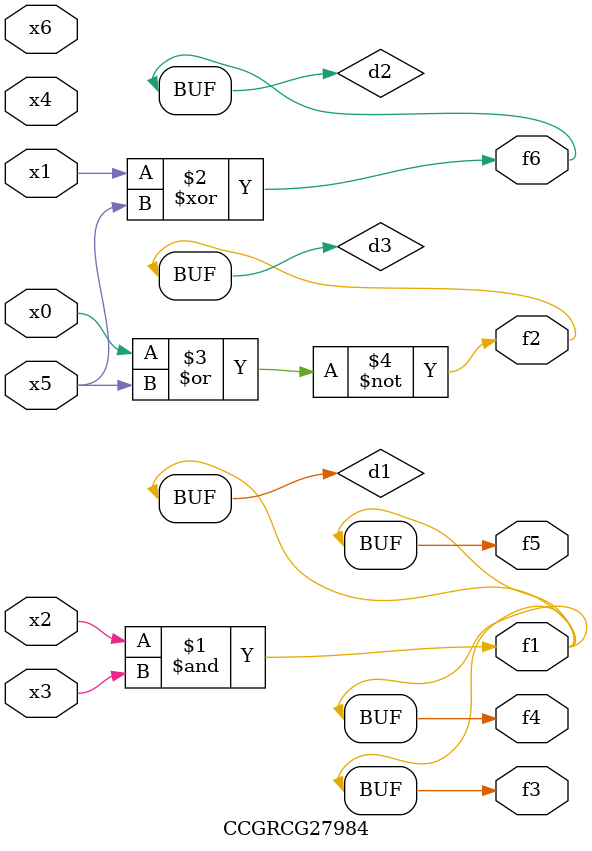
<source format=v>
module CCGRCG27984(
	input x0, x1, x2, x3, x4, x5, x6,
	output f1, f2, f3, f4, f5, f6
);

	wire d1, d2, d3;

	and (d1, x2, x3);
	xor (d2, x1, x5);
	nor (d3, x0, x5);
	assign f1 = d1;
	assign f2 = d3;
	assign f3 = d1;
	assign f4 = d1;
	assign f5 = d1;
	assign f6 = d2;
endmodule

</source>
